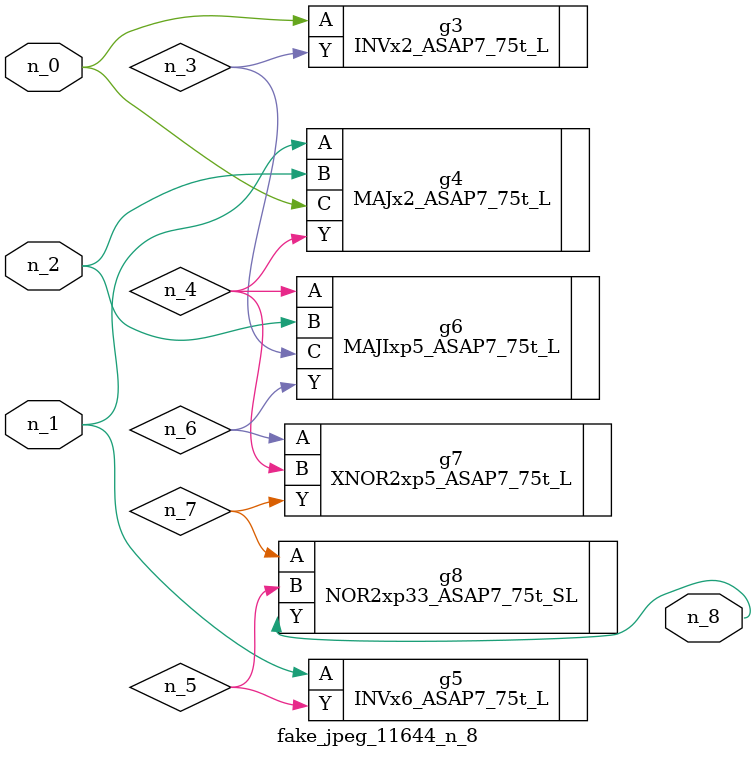
<source format=v>
module fake_jpeg_11644_n_8 (n_0, n_2, n_1, n_8);

input n_0;
input n_2;
input n_1;

output n_8;

wire n_3;
wire n_4;
wire n_6;
wire n_5;
wire n_7;

INVx2_ASAP7_75t_L g3 ( 
.A(n_0),
.Y(n_3)
);

MAJx2_ASAP7_75t_L g4 ( 
.A(n_1),
.B(n_2),
.C(n_0),
.Y(n_4)
);

INVx6_ASAP7_75t_L g5 ( 
.A(n_1),
.Y(n_5)
);

MAJIxp5_ASAP7_75t_L g6 ( 
.A(n_4),
.B(n_2),
.C(n_3),
.Y(n_6)
);

XNOR2xp5_ASAP7_75t_L g7 ( 
.A(n_6),
.B(n_4),
.Y(n_7)
);

NOR2xp33_ASAP7_75t_SL g8 ( 
.A(n_7),
.B(n_5),
.Y(n_8)
);


endmodule
</source>
